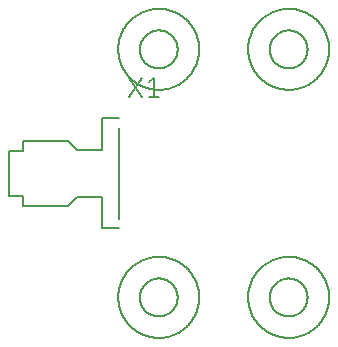
<source format=gbr>
G04 EAGLE Gerber RS-274X export*
G75*
%MOMM*%
%FSLAX34Y34*%
%LPD*%
%INSilkscreen Top*%
%IPPOS*%
%AMOC8*
5,1,8,0,0,1.08239X$1,22.5*%
G01*
%ADD10C,0.203200*%
%ADD11C,0.152400*%


D10*
X-2800Y103500D02*
X-2800Y130000D01*
X-24300Y130000D01*
X-31800Y122500D01*
X-69800Y122500D01*
X-69800Y131000D01*
X-81550Y131000D01*
X-81550Y169000D01*
X-69800Y169000D01*
X-69800Y177500D01*
X-31800Y177500D01*
X-24300Y170000D01*
X-2800Y170000D01*
X-2800Y196500D01*
X11700Y188500D02*
X11700Y111500D01*
X11700Y196500D02*
X-2800Y196500D01*
X-2800Y103500D02*
X11700Y103500D01*
D11*
X19812Y214262D02*
X30649Y230518D01*
X19812Y230518D02*
X30649Y214262D01*
X36346Y226906D02*
X40862Y230518D01*
X40862Y214262D01*
X45377Y214262D02*
X36346Y214262D01*
X10710Y45000D02*
X10720Y45842D01*
X10751Y46683D01*
X10803Y47523D01*
X10875Y48361D01*
X10968Y49197D01*
X11081Y50031D01*
X11215Y50862D01*
X11369Y51690D01*
X11543Y52513D01*
X11738Y53332D01*
X11952Y54146D01*
X12187Y54954D01*
X12441Y55756D01*
X12714Y56552D01*
X13008Y57341D01*
X13320Y58122D01*
X13652Y58896D01*
X14002Y59661D01*
X14371Y60417D01*
X14759Y61164D01*
X15165Y61901D01*
X15588Y62629D01*
X16030Y63345D01*
X16489Y64051D01*
X16965Y64744D01*
X17458Y65427D01*
X17968Y66096D01*
X18493Y66753D01*
X19035Y67397D01*
X19593Y68028D01*
X20166Y68644D01*
X20753Y69247D01*
X21356Y69834D01*
X21972Y70407D01*
X22603Y70965D01*
X23247Y71507D01*
X23904Y72032D01*
X24573Y72542D01*
X25256Y73035D01*
X25949Y73511D01*
X26655Y73970D01*
X27371Y74412D01*
X28099Y74835D01*
X28836Y75241D01*
X29583Y75629D01*
X30339Y75998D01*
X31104Y76348D01*
X31878Y76680D01*
X32659Y76992D01*
X33448Y77286D01*
X34244Y77559D01*
X35046Y77813D01*
X35854Y78048D01*
X36668Y78262D01*
X37487Y78457D01*
X38310Y78631D01*
X39138Y78785D01*
X39969Y78919D01*
X40803Y79032D01*
X41639Y79125D01*
X42477Y79197D01*
X43317Y79249D01*
X44158Y79280D01*
X45000Y79290D01*
X45842Y79280D01*
X46683Y79249D01*
X47523Y79197D01*
X48361Y79125D01*
X49197Y79032D01*
X50031Y78919D01*
X50862Y78785D01*
X51690Y78631D01*
X52513Y78457D01*
X53332Y78262D01*
X54146Y78048D01*
X54954Y77813D01*
X55756Y77559D01*
X56552Y77286D01*
X57341Y76992D01*
X58122Y76680D01*
X58896Y76348D01*
X59661Y75998D01*
X60417Y75629D01*
X61164Y75241D01*
X61901Y74835D01*
X62629Y74412D01*
X63345Y73970D01*
X64051Y73511D01*
X64744Y73035D01*
X65427Y72542D01*
X66096Y72032D01*
X66753Y71507D01*
X67397Y70965D01*
X68028Y70407D01*
X68644Y69834D01*
X69247Y69247D01*
X69834Y68644D01*
X70407Y68028D01*
X70965Y67397D01*
X71507Y66753D01*
X72032Y66096D01*
X72542Y65427D01*
X73035Y64744D01*
X73511Y64051D01*
X73970Y63345D01*
X74412Y62629D01*
X74835Y61901D01*
X75241Y61164D01*
X75629Y60417D01*
X75998Y59661D01*
X76348Y58896D01*
X76680Y58122D01*
X76992Y57341D01*
X77286Y56552D01*
X77559Y55756D01*
X77813Y54954D01*
X78048Y54146D01*
X78262Y53332D01*
X78457Y52513D01*
X78631Y51690D01*
X78785Y50862D01*
X78919Y50031D01*
X79032Y49197D01*
X79125Y48361D01*
X79197Y47523D01*
X79249Y46683D01*
X79280Y45842D01*
X79290Y45000D01*
X79280Y44158D01*
X79249Y43317D01*
X79197Y42477D01*
X79125Y41639D01*
X79032Y40803D01*
X78919Y39969D01*
X78785Y39138D01*
X78631Y38310D01*
X78457Y37487D01*
X78262Y36668D01*
X78048Y35854D01*
X77813Y35046D01*
X77559Y34244D01*
X77286Y33448D01*
X76992Y32659D01*
X76680Y31878D01*
X76348Y31104D01*
X75998Y30339D01*
X75629Y29583D01*
X75241Y28836D01*
X74835Y28099D01*
X74412Y27371D01*
X73970Y26655D01*
X73511Y25949D01*
X73035Y25256D01*
X72542Y24573D01*
X72032Y23904D01*
X71507Y23247D01*
X70965Y22603D01*
X70407Y21972D01*
X69834Y21356D01*
X69247Y20753D01*
X68644Y20166D01*
X68028Y19593D01*
X67397Y19035D01*
X66753Y18493D01*
X66096Y17968D01*
X65427Y17458D01*
X64744Y16965D01*
X64051Y16489D01*
X63345Y16030D01*
X62629Y15588D01*
X61901Y15165D01*
X61164Y14759D01*
X60417Y14371D01*
X59661Y14002D01*
X58896Y13652D01*
X58122Y13320D01*
X57341Y13008D01*
X56552Y12714D01*
X55756Y12441D01*
X54954Y12187D01*
X54146Y11952D01*
X53332Y11738D01*
X52513Y11543D01*
X51690Y11369D01*
X50862Y11215D01*
X50031Y11081D01*
X49197Y10968D01*
X48361Y10875D01*
X47523Y10803D01*
X46683Y10751D01*
X45842Y10720D01*
X45000Y10710D01*
X44158Y10720D01*
X43317Y10751D01*
X42477Y10803D01*
X41639Y10875D01*
X40803Y10968D01*
X39969Y11081D01*
X39138Y11215D01*
X38310Y11369D01*
X37487Y11543D01*
X36668Y11738D01*
X35854Y11952D01*
X35046Y12187D01*
X34244Y12441D01*
X33448Y12714D01*
X32659Y13008D01*
X31878Y13320D01*
X31104Y13652D01*
X30339Y14002D01*
X29583Y14371D01*
X28836Y14759D01*
X28099Y15165D01*
X27371Y15588D01*
X26655Y16030D01*
X25949Y16489D01*
X25256Y16965D01*
X24573Y17458D01*
X23904Y17968D01*
X23247Y18493D01*
X22603Y19035D01*
X21972Y19593D01*
X21356Y20166D01*
X20753Y20753D01*
X20166Y21356D01*
X19593Y21972D01*
X19035Y22603D01*
X18493Y23247D01*
X17968Y23904D01*
X17458Y24573D01*
X16965Y25256D01*
X16489Y25949D01*
X16030Y26655D01*
X15588Y27371D01*
X15165Y28099D01*
X14759Y28836D01*
X14371Y29583D01*
X14002Y30339D01*
X13652Y31104D01*
X13320Y31878D01*
X13008Y32659D01*
X12714Y33448D01*
X12441Y34244D01*
X12187Y35046D01*
X11952Y35854D01*
X11738Y36668D01*
X11543Y37487D01*
X11369Y38310D01*
X11215Y39138D01*
X11081Y39969D01*
X10968Y40803D01*
X10875Y41639D01*
X10803Y42477D01*
X10751Y43317D01*
X10720Y44158D01*
X10710Y45000D01*
D10*
X29000Y45000D02*
X29005Y45393D01*
X29019Y45785D01*
X29043Y46177D01*
X29077Y46568D01*
X29120Y46959D01*
X29173Y47348D01*
X29236Y47735D01*
X29307Y48121D01*
X29389Y48506D01*
X29479Y48888D01*
X29580Y49267D01*
X29689Y49645D01*
X29808Y50019D01*
X29935Y50390D01*
X30072Y50758D01*
X30218Y51123D01*
X30373Y51484D01*
X30536Y51841D01*
X30708Y52194D01*
X30889Y52542D01*
X31079Y52886D01*
X31276Y53226D01*
X31482Y53560D01*
X31696Y53889D01*
X31919Y54213D01*
X32149Y54531D01*
X32386Y54844D01*
X32632Y55150D01*
X32885Y55451D01*
X33145Y55745D01*
X33412Y56033D01*
X33686Y56314D01*
X33967Y56588D01*
X34255Y56855D01*
X34549Y57115D01*
X34850Y57368D01*
X35156Y57614D01*
X35469Y57851D01*
X35787Y58081D01*
X36111Y58304D01*
X36440Y58518D01*
X36774Y58724D01*
X37114Y58921D01*
X37458Y59111D01*
X37806Y59292D01*
X38159Y59464D01*
X38516Y59627D01*
X38877Y59782D01*
X39242Y59928D01*
X39610Y60065D01*
X39981Y60192D01*
X40355Y60311D01*
X40733Y60420D01*
X41112Y60521D01*
X41494Y60611D01*
X41879Y60693D01*
X42265Y60764D01*
X42652Y60827D01*
X43041Y60880D01*
X43432Y60923D01*
X43823Y60957D01*
X44215Y60981D01*
X44607Y60995D01*
X45000Y61000D01*
X45393Y60995D01*
X45785Y60981D01*
X46177Y60957D01*
X46568Y60923D01*
X46959Y60880D01*
X47348Y60827D01*
X47735Y60764D01*
X48121Y60693D01*
X48506Y60611D01*
X48888Y60521D01*
X49267Y60420D01*
X49645Y60311D01*
X50019Y60192D01*
X50390Y60065D01*
X50758Y59928D01*
X51123Y59782D01*
X51484Y59627D01*
X51841Y59464D01*
X52194Y59292D01*
X52542Y59111D01*
X52886Y58921D01*
X53226Y58724D01*
X53560Y58518D01*
X53889Y58304D01*
X54213Y58081D01*
X54531Y57851D01*
X54844Y57614D01*
X55150Y57368D01*
X55451Y57115D01*
X55745Y56855D01*
X56033Y56588D01*
X56314Y56314D01*
X56588Y56033D01*
X56855Y55745D01*
X57115Y55451D01*
X57368Y55150D01*
X57614Y54844D01*
X57851Y54531D01*
X58081Y54213D01*
X58304Y53889D01*
X58518Y53560D01*
X58724Y53226D01*
X58921Y52886D01*
X59111Y52542D01*
X59292Y52194D01*
X59464Y51841D01*
X59627Y51484D01*
X59782Y51123D01*
X59928Y50758D01*
X60065Y50390D01*
X60192Y50019D01*
X60311Y49645D01*
X60420Y49267D01*
X60521Y48888D01*
X60611Y48506D01*
X60693Y48121D01*
X60764Y47735D01*
X60827Y47348D01*
X60880Y46959D01*
X60923Y46568D01*
X60957Y46177D01*
X60981Y45785D01*
X60995Y45393D01*
X61000Y45000D01*
X60995Y44607D01*
X60981Y44215D01*
X60957Y43823D01*
X60923Y43432D01*
X60880Y43041D01*
X60827Y42652D01*
X60764Y42265D01*
X60693Y41879D01*
X60611Y41494D01*
X60521Y41112D01*
X60420Y40733D01*
X60311Y40355D01*
X60192Y39981D01*
X60065Y39610D01*
X59928Y39242D01*
X59782Y38877D01*
X59627Y38516D01*
X59464Y38159D01*
X59292Y37806D01*
X59111Y37458D01*
X58921Y37114D01*
X58724Y36774D01*
X58518Y36440D01*
X58304Y36111D01*
X58081Y35787D01*
X57851Y35469D01*
X57614Y35156D01*
X57368Y34850D01*
X57115Y34549D01*
X56855Y34255D01*
X56588Y33967D01*
X56314Y33686D01*
X56033Y33412D01*
X55745Y33145D01*
X55451Y32885D01*
X55150Y32632D01*
X54844Y32386D01*
X54531Y32149D01*
X54213Y31919D01*
X53889Y31696D01*
X53560Y31482D01*
X53226Y31276D01*
X52886Y31079D01*
X52542Y30889D01*
X52194Y30708D01*
X51841Y30536D01*
X51484Y30373D01*
X51123Y30218D01*
X50758Y30072D01*
X50390Y29935D01*
X50019Y29808D01*
X49645Y29689D01*
X49267Y29580D01*
X48888Y29479D01*
X48506Y29389D01*
X48121Y29307D01*
X47735Y29236D01*
X47348Y29173D01*
X46959Y29120D01*
X46568Y29077D01*
X46177Y29043D01*
X45785Y29019D01*
X45393Y29005D01*
X45000Y29000D01*
X44607Y29005D01*
X44215Y29019D01*
X43823Y29043D01*
X43432Y29077D01*
X43041Y29120D01*
X42652Y29173D01*
X42265Y29236D01*
X41879Y29307D01*
X41494Y29389D01*
X41112Y29479D01*
X40733Y29580D01*
X40355Y29689D01*
X39981Y29808D01*
X39610Y29935D01*
X39242Y30072D01*
X38877Y30218D01*
X38516Y30373D01*
X38159Y30536D01*
X37806Y30708D01*
X37458Y30889D01*
X37114Y31079D01*
X36774Y31276D01*
X36440Y31482D01*
X36111Y31696D01*
X35787Y31919D01*
X35469Y32149D01*
X35156Y32386D01*
X34850Y32632D01*
X34549Y32885D01*
X34255Y33145D01*
X33967Y33412D01*
X33686Y33686D01*
X33412Y33967D01*
X33145Y34255D01*
X32885Y34549D01*
X32632Y34850D01*
X32386Y35156D01*
X32149Y35469D01*
X31919Y35787D01*
X31696Y36111D01*
X31482Y36440D01*
X31276Y36774D01*
X31079Y37114D01*
X30889Y37458D01*
X30708Y37806D01*
X30536Y38159D01*
X30373Y38516D01*
X30218Y38877D01*
X30072Y39242D01*
X29935Y39610D01*
X29808Y39981D01*
X29689Y40355D01*
X29580Y40733D01*
X29479Y41112D01*
X29389Y41494D01*
X29307Y41879D01*
X29236Y42265D01*
X29173Y42652D01*
X29120Y43041D01*
X29077Y43432D01*
X29043Y43823D01*
X29019Y44215D01*
X29005Y44607D01*
X29000Y45000D01*
D11*
X10710Y255000D02*
X10720Y255842D01*
X10751Y256683D01*
X10803Y257523D01*
X10875Y258361D01*
X10968Y259197D01*
X11081Y260031D01*
X11215Y260862D01*
X11369Y261690D01*
X11543Y262513D01*
X11738Y263332D01*
X11952Y264146D01*
X12187Y264954D01*
X12441Y265756D01*
X12714Y266552D01*
X13008Y267341D01*
X13320Y268122D01*
X13652Y268896D01*
X14002Y269661D01*
X14371Y270417D01*
X14759Y271164D01*
X15165Y271901D01*
X15588Y272629D01*
X16030Y273345D01*
X16489Y274051D01*
X16965Y274744D01*
X17458Y275427D01*
X17968Y276096D01*
X18493Y276753D01*
X19035Y277397D01*
X19593Y278028D01*
X20166Y278644D01*
X20753Y279247D01*
X21356Y279834D01*
X21972Y280407D01*
X22603Y280965D01*
X23247Y281507D01*
X23904Y282032D01*
X24573Y282542D01*
X25256Y283035D01*
X25949Y283511D01*
X26655Y283970D01*
X27371Y284412D01*
X28099Y284835D01*
X28836Y285241D01*
X29583Y285629D01*
X30339Y285998D01*
X31104Y286348D01*
X31878Y286680D01*
X32659Y286992D01*
X33448Y287286D01*
X34244Y287559D01*
X35046Y287813D01*
X35854Y288048D01*
X36668Y288262D01*
X37487Y288457D01*
X38310Y288631D01*
X39138Y288785D01*
X39969Y288919D01*
X40803Y289032D01*
X41639Y289125D01*
X42477Y289197D01*
X43317Y289249D01*
X44158Y289280D01*
X45000Y289290D01*
X45842Y289280D01*
X46683Y289249D01*
X47523Y289197D01*
X48361Y289125D01*
X49197Y289032D01*
X50031Y288919D01*
X50862Y288785D01*
X51690Y288631D01*
X52513Y288457D01*
X53332Y288262D01*
X54146Y288048D01*
X54954Y287813D01*
X55756Y287559D01*
X56552Y287286D01*
X57341Y286992D01*
X58122Y286680D01*
X58896Y286348D01*
X59661Y285998D01*
X60417Y285629D01*
X61164Y285241D01*
X61901Y284835D01*
X62629Y284412D01*
X63345Y283970D01*
X64051Y283511D01*
X64744Y283035D01*
X65427Y282542D01*
X66096Y282032D01*
X66753Y281507D01*
X67397Y280965D01*
X68028Y280407D01*
X68644Y279834D01*
X69247Y279247D01*
X69834Y278644D01*
X70407Y278028D01*
X70965Y277397D01*
X71507Y276753D01*
X72032Y276096D01*
X72542Y275427D01*
X73035Y274744D01*
X73511Y274051D01*
X73970Y273345D01*
X74412Y272629D01*
X74835Y271901D01*
X75241Y271164D01*
X75629Y270417D01*
X75998Y269661D01*
X76348Y268896D01*
X76680Y268122D01*
X76992Y267341D01*
X77286Y266552D01*
X77559Y265756D01*
X77813Y264954D01*
X78048Y264146D01*
X78262Y263332D01*
X78457Y262513D01*
X78631Y261690D01*
X78785Y260862D01*
X78919Y260031D01*
X79032Y259197D01*
X79125Y258361D01*
X79197Y257523D01*
X79249Y256683D01*
X79280Y255842D01*
X79290Y255000D01*
X79280Y254158D01*
X79249Y253317D01*
X79197Y252477D01*
X79125Y251639D01*
X79032Y250803D01*
X78919Y249969D01*
X78785Y249138D01*
X78631Y248310D01*
X78457Y247487D01*
X78262Y246668D01*
X78048Y245854D01*
X77813Y245046D01*
X77559Y244244D01*
X77286Y243448D01*
X76992Y242659D01*
X76680Y241878D01*
X76348Y241104D01*
X75998Y240339D01*
X75629Y239583D01*
X75241Y238836D01*
X74835Y238099D01*
X74412Y237371D01*
X73970Y236655D01*
X73511Y235949D01*
X73035Y235256D01*
X72542Y234573D01*
X72032Y233904D01*
X71507Y233247D01*
X70965Y232603D01*
X70407Y231972D01*
X69834Y231356D01*
X69247Y230753D01*
X68644Y230166D01*
X68028Y229593D01*
X67397Y229035D01*
X66753Y228493D01*
X66096Y227968D01*
X65427Y227458D01*
X64744Y226965D01*
X64051Y226489D01*
X63345Y226030D01*
X62629Y225588D01*
X61901Y225165D01*
X61164Y224759D01*
X60417Y224371D01*
X59661Y224002D01*
X58896Y223652D01*
X58122Y223320D01*
X57341Y223008D01*
X56552Y222714D01*
X55756Y222441D01*
X54954Y222187D01*
X54146Y221952D01*
X53332Y221738D01*
X52513Y221543D01*
X51690Y221369D01*
X50862Y221215D01*
X50031Y221081D01*
X49197Y220968D01*
X48361Y220875D01*
X47523Y220803D01*
X46683Y220751D01*
X45842Y220720D01*
X45000Y220710D01*
X44158Y220720D01*
X43317Y220751D01*
X42477Y220803D01*
X41639Y220875D01*
X40803Y220968D01*
X39969Y221081D01*
X39138Y221215D01*
X38310Y221369D01*
X37487Y221543D01*
X36668Y221738D01*
X35854Y221952D01*
X35046Y222187D01*
X34244Y222441D01*
X33448Y222714D01*
X32659Y223008D01*
X31878Y223320D01*
X31104Y223652D01*
X30339Y224002D01*
X29583Y224371D01*
X28836Y224759D01*
X28099Y225165D01*
X27371Y225588D01*
X26655Y226030D01*
X25949Y226489D01*
X25256Y226965D01*
X24573Y227458D01*
X23904Y227968D01*
X23247Y228493D01*
X22603Y229035D01*
X21972Y229593D01*
X21356Y230166D01*
X20753Y230753D01*
X20166Y231356D01*
X19593Y231972D01*
X19035Y232603D01*
X18493Y233247D01*
X17968Y233904D01*
X17458Y234573D01*
X16965Y235256D01*
X16489Y235949D01*
X16030Y236655D01*
X15588Y237371D01*
X15165Y238099D01*
X14759Y238836D01*
X14371Y239583D01*
X14002Y240339D01*
X13652Y241104D01*
X13320Y241878D01*
X13008Y242659D01*
X12714Y243448D01*
X12441Y244244D01*
X12187Y245046D01*
X11952Y245854D01*
X11738Y246668D01*
X11543Y247487D01*
X11369Y248310D01*
X11215Y249138D01*
X11081Y249969D01*
X10968Y250803D01*
X10875Y251639D01*
X10803Y252477D01*
X10751Y253317D01*
X10720Y254158D01*
X10710Y255000D01*
D10*
X29000Y255000D02*
X29005Y255393D01*
X29019Y255785D01*
X29043Y256177D01*
X29077Y256568D01*
X29120Y256959D01*
X29173Y257348D01*
X29236Y257735D01*
X29307Y258121D01*
X29389Y258506D01*
X29479Y258888D01*
X29580Y259267D01*
X29689Y259645D01*
X29808Y260019D01*
X29935Y260390D01*
X30072Y260758D01*
X30218Y261123D01*
X30373Y261484D01*
X30536Y261841D01*
X30708Y262194D01*
X30889Y262542D01*
X31079Y262886D01*
X31276Y263226D01*
X31482Y263560D01*
X31696Y263889D01*
X31919Y264213D01*
X32149Y264531D01*
X32386Y264844D01*
X32632Y265150D01*
X32885Y265451D01*
X33145Y265745D01*
X33412Y266033D01*
X33686Y266314D01*
X33967Y266588D01*
X34255Y266855D01*
X34549Y267115D01*
X34850Y267368D01*
X35156Y267614D01*
X35469Y267851D01*
X35787Y268081D01*
X36111Y268304D01*
X36440Y268518D01*
X36774Y268724D01*
X37114Y268921D01*
X37458Y269111D01*
X37806Y269292D01*
X38159Y269464D01*
X38516Y269627D01*
X38877Y269782D01*
X39242Y269928D01*
X39610Y270065D01*
X39981Y270192D01*
X40355Y270311D01*
X40733Y270420D01*
X41112Y270521D01*
X41494Y270611D01*
X41879Y270693D01*
X42265Y270764D01*
X42652Y270827D01*
X43041Y270880D01*
X43432Y270923D01*
X43823Y270957D01*
X44215Y270981D01*
X44607Y270995D01*
X45000Y271000D01*
X45393Y270995D01*
X45785Y270981D01*
X46177Y270957D01*
X46568Y270923D01*
X46959Y270880D01*
X47348Y270827D01*
X47735Y270764D01*
X48121Y270693D01*
X48506Y270611D01*
X48888Y270521D01*
X49267Y270420D01*
X49645Y270311D01*
X50019Y270192D01*
X50390Y270065D01*
X50758Y269928D01*
X51123Y269782D01*
X51484Y269627D01*
X51841Y269464D01*
X52194Y269292D01*
X52542Y269111D01*
X52886Y268921D01*
X53226Y268724D01*
X53560Y268518D01*
X53889Y268304D01*
X54213Y268081D01*
X54531Y267851D01*
X54844Y267614D01*
X55150Y267368D01*
X55451Y267115D01*
X55745Y266855D01*
X56033Y266588D01*
X56314Y266314D01*
X56588Y266033D01*
X56855Y265745D01*
X57115Y265451D01*
X57368Y265150D01*
X57614Y264844D01*
X57851Y264531D01*
X58081Y264213D01*
X58304Y263889D01*
X58518Y263560D01*
X58724Y263226D01*
X58921Y262886D01*
X59111Y262542D01*
X59292Y262194D01*
X59464Y261841D01*
X59627Y261484D01*
X59782Y261123D01*
X59928Y260758D01*
X60065Y260390D01*
X60192Y260019D01*
X60311Y259645D01*
X60420Y259267D01*
X60521Y258888D01*
X60611Y258506D01*
X60693Y258121D01*
X60764Y257735D01*
X60827Y257348D01*
X60880Y256959D01*
X60923Y256568D01*
X60957Y256177D01*
X60981Y255785D01*
X60995Y255393D01*
X61000Y255000D01*
X60995Y254607D01*
X60981Y254215D01*
X60957Y253823D01*
X60923Y253432D01*
X60880Y253041D01*
X60827Y252652D01*
X60764Y252265D01*
X60693Y251879D01*
X60611Y251494D01*
X60521Y251112D01*
X60420Y250733D01*
X60311Y250355D01*
X60192Y249981D01*
X60065Y249610D01*
X59928Y249242D01*
X59782Y248877D01*
X59627Y248516D01*
X59464Y248159D01*
X59292Y247806D01*
X59111Y247458D01*
X58921Y247114D01*
X58724Y246774D01*
X58518Y246440D01*
X58304Y246111D01*
X58081Y245787D01*
X57851Y245469D01*
X57614Y245156D01*
X57368Y244850D01*
X57115Y244549D01*
X56855Y244255D01*
X56588Y243967D01*
X56314Y243686D01*
X56033Y243412D01*
X55745Y243145D01*
X55451Y242885D01*
X55150Y242632D01*
X54844Y242386D01*
X54531Y242149D01*
X54213Y241919D01*
X53889Y241696D01*
X53560Y241482D01*
X53226Y241276D01*
X52886Y241079D01*
X52542Y240889D01*
X52194Y240708D01*
X51841Y240536D01*
X51484Y240373D01*
X51123Y240218D01*
X50758Y240072D01*
X50390Y239935D01*
X50019Y239808D01*
X49645Y239689D01*
X49267Y239580D01*
X48888Y239479D01*
X48506Y239389D01*
X48121Y239307D01*
X47735Y239236D01*
X47348Y239173D01*
X46959Y239120D01*
X46568Y239077D01*
X46177Y239043D01*
X45785Y239019D01*
X45393Y239005D01*
X45000Y239000D01*
X44607Y239005D01*
X44215Y239019D01*
X43823Y239043D01*
X43432Y239077D01*
X43041Y239120D01*
X42652Y239173D01*
X42265Y239236D01*
X41879Y239307D01*
X41494Y239389D01*
X41112Y239479D01*
X40733Y239580D01*
X40355Y239689D01*
X39981Y239808D01*
X39610Y239935D01*
X39242Y240072D01*
X38877Y240218D01*
X38516Y240373D01*
X38159Y240536D01*
X37806Y240708D01*
X37458Y240889D01*
X37114Y241079D01*
X36774Y241276D01*
X36440Y241482D01*
X36111Y241696D01*
X35787Y241919D01*
X35469Y242149D01*
X35156Y242386D01*
X34850Y242632D01*
X34549Y242885D01*
X34255Y243145D01*
X33967Y243412D01*
X33686Y243686D01*
X33412Y243967D01*
X33145Y244255D01*
X32885Y244549D01*
X32632Y244850D01*
X32386Y245156D01*
X32149Y245469D01*
X31919Y245787D01*
X31696Y246111D01*
X31482Y246440D01*
X31276Y246774D01*
X31079Y247114D01*
X30889Y247458D01*
X30708Y247806D01*
X30536Y248159D01*
X30373Y248516D01*
X30218Y248877D01*
X30072Y249242D01*
X29935Y249610D01*
X29808Y249981D01*
X29689Y250355D01*
X29580Y250733D01*
X29479Y251112D01*
X29389Y251494D01*
X29307Y251879D01*
X29236Y252265D01*
X29173Y252652D01*
X29120Y253041D01*
X29077Y253432D01*
X29043Y253823D01*
X29019Y254215D01*
X29005Y254607D01*
X29000Y255000D01*
D11*
X120710Y255000D02*
X120720Y255842D01*
X120751Y256683D01*
X120803Y257523D01*
X120875Y258361D01*
X120968Y259197D01*
X121081Y260031D01*
X121215Y260862D01*
X121369Y261690D01*
X121543Y262513D01*
X121738Y263332D01*
X121952Y264146D01*
X122187Y264954D01*
X122441Y265756D01*
X122714Y266552D01*
X123008Y267341D01*
X123320Y268122D01*
X123652Y268896D01*
X124002Y269661D01*
X124371Y270417D01*
X124759Y271164D01*
X125165Y271901D01*
X125588Y272629D01*
X126030Y273345D01*
X126489Y274051D01*
X126965Y274744D01*
X127458Y275427D01*
X127968Y276096D01*
X128493Y276753D01*
X129035Y277397D01*
X129593Y278028D01*
X130166Y278644D01*
X130753Y279247D01*
X131356Y279834D01*
X131972Y280407D01*
X132603Y280965D01*
X133247Y281507D01*
X133904Y282032D01*
X134573Y282542D01*
X135256Y283035D01*
X135949Y283511D01*
X136655Y283970D01*
X137371Y284412D01*
X138099Y284835D01*
X138836Y285241D01*
X139583Y285629D01*
X140339Y285998D01*
X141104Y286348D01*
X141878Y286680D01*
X142659Y286992D01*
X143448Y287286D01*
X144244Y287559D01*
X145046Y287813D01*
X145854Y288048D01*
X146668Y288262D01*
X147487Y288457D01*
X148310Y288631D01*
X149138Y288785D01*
X149969Y288919D01*
X150803Y289032D01*
X151639Y289125D01*
X152477Y289197D01*
X153317Y289249D01*
X154158Y289280D01*
X155000Y289290D01*
X155842Y289280D01*
X156683Y289249D01*
X157523Y289197D01*
X158361Y289125D01*
X159197Y289032D01*
X160031Y288919D01*
X160862Y288785D01*
X161690Y288631D01*
X162513Y288457D01*
X163332Y288262D01*
X164146Y288048D01*
X164954Y287813D01*
X165756Y287559D01*
X166552Y287286D01*
X167341Y286992D01*
X168122Y286680D01*
X168896Y286348D01*
X169661Y285998D01*
X170417Y285629D01*
X171164Y285241D01*
X171901Y284835D01*
X172629Y284412D01*
X173345Y283970D01*
X174051Y283511D01*
X174744Y283035D01*
X175427Y282542D01*
X176096Y282032D01*
X176753Y281507D01*
X177397Y280965D01*
X178028Y280407D01*
X178644Y279834D01*
X179247Y279247D01*
X179834Y278644D01*
X180407Y278028D01*
X180965Y277397D01*
X181507Y276753D01*
X182032Y276096D01*
X182542Y275427D01*
X183035Y274744D01*
X183511Y274051D01*
X183970Y273345D01*
X184412Y272629D01*
X184835Y271901D01*
X185241Y271164D01*
X185629Y270417D01*
X185998Y269661D01*
X186348Y268896D01*
X186680Y268122D01*
X186992Y267341D01*
X187286Y266552D01*
X187559Y265756D01*
X187813Y264954D01*
X188048Y264146D01*
X188262Y263332D01*
X188457Y262513D01*
X188631Y261690D01*
X188785Y260862D01*
X188919Y260031D01*
X189032Y259197D01*
X189125Y258361D01*
X189197Y257523D01*
X189249Y256683D01*
X189280Y255842D01*
X189290Y255000D01*
X189280Y254158D01*
X189249Y253317D01*
X189197Y252477D01*
X189125Y251639D01*
X189032Y250803D01*
X188919Y249969D01*
X188785Y249138D01*
X188631Y248310D01*
X188457Y247487D01*
X188262Y246668D01*
X188048Y245854D01*
X187813Y245046D01*
X187559Y244244D01*
X187286Y243448D01*
X186992Y242659D01*
X186680Y241878D01*
X186348Y241104D01*
X185998Y240339D01*
X185629Y239583D01*
X185241Y238836D01*
X184835Y238099D01*
X184412Y237371D01*
X183970Y236655D01*
X183511Y235949D01*
X183035Y235256D01*
X182542Y234573D01*
X182032Y233904D01*
X181507Y233247D01*
X180965Y232603D01*
X180407Y231972D01*
X179834Y231356D01*
X179247Y230753D01*
X178644Y230166D01*
X178028Y229593D01*
X177397Y229035D01*
X176753Y228493D01*
X176096Y227968D01*
X175427Y227458D01*
X174744Y226965D01*
X174051Y226489D01*
X173345Y226030D01*
X172629Y225588D01*
X171901Y225165D01*
X171164Y224759D01*
X170417Y224371D01*
X169661Y224002D01*
X168896Y223652D01*
X168122Y223320D01*
X167341Y223008D01*
X166552Y222714D01*
X165756Y222441D01*
X164954Y222187D01*
X164146Y221952D01*
X163332Y221738D01*
X162513Y221543D01*
X161690Y221369D01*
X160862Y221215D01*
X160031Y221081D01*
X159197Y220968D01*
X158361Y220875D01*
X157523Y220803D01*
X156683Y220751D01*
X155842Y220720D01*
X155000Y220710D01*
X154158Y220720D01*
X153317Y220751D01*
X152477Y220803D01*
X151639Y220875D01*
X150803Y220968D01*
X149969Y221081D01*
X149138Y221215D01*
X148310Y221369D01*
X147487Y221543D01*
X146668Y221738D01*
X145854Y221952D01*
X145046Y222187D01*
X144244Y222441D01*
X143448Y222714D01*
X142659Y223008D01*
X141878Y223320D01*
X141104Y223652D01*
X140339Y224002D01*
X139583Y224371D01*
X138836Y224759D01*
X138099Y225165D01*
X137371Y225588D01*
X136655Y226030D01*
X135949Y226489D01*
X135256Y226965D01*
X134573Y227458D01*
X133904Y227968D01*
X133247Y228493D01*
X132603Y229035D01*
X131972Y229593D01*
X131356Y230166D01*
X130753Y230753D01*
X130166Y231356D01*
X129593Y231972D01*
X129035Y232603D01*
X128493Y233247D01*
X127968Y233904D01*
X127458Y234573D01*
X126965Y235256D01*
X126489Y235949D01*
X126030Y236655D01*
X125588Y237371D01*
X125165Y238099D01*
X124759Y238836D01*
X124371Y239583D01*
X124002Y240339D01*
X123652Y241104D01*
X123320Y241878D01*
X123008Y242659D01*
X122714Y243448D01*
X122441Y244244D01*
X122187Y245046D01*
X121952Y245854D01*
X121738Y246668D01*
X121543Y247487D01*
X121369Y248310D01*
X121215Y249138D01*
X121081Y249969D01*
X120968Y250803D01*
X120875Y251639D01*
X120803Y252477D01*
X120751Y253317D01*
X120720Y254158D01*
X120710Y255000D01*
D10*
X139000Y255000D02*
X139005Y255393D01*
X139019Y255785D01*
X139043Y256177D01*
X139077Y256568D01*
X139120Y256959D01*
X139173Y257348D01*
X139236Y257735D01*
X139307Y258121D01*
X139389Y258506D01*
X139479Y258888D01*
X139580Y259267D01*
X139689Y259645D01*
X139808Y260019D01*
X139935Y260390D01*
X140072Y260758D01*
X140218Y261123D01*
X140373Y261484D01*
X140536Y261841D01*
X140708Y262194D01*
X140889Y262542D01*
X141079Y262886D01*
X141276Y263226D01*
X141482Y263560D01*
X141696Y263889D01*
X141919Y264213D01*
X142149Y264531D01*
X142386Y264844D01*
X142632Y265150D01*
X142885Y265451D01*
X143145Y265745D01*
X143412Y266033D01*
X143686Y266314D01*
X143967Y266588D01*
X144255Y266855D01*
X144549Y267115D01*
X144850Y267368D01*
X145156Y267614D01*
X145469Y267851D01*
X145787Y268081D01*
X146111Y268304D01*
X146440Y268518D01*
X146774Y268724D01*
X147114Y268921D01*
X147458Y269111D01*
X147806Y269292D01*
X148159Y269464D01*
X148516Y269627D01*
X148877Y269782D01*
X149242Y269928D01*
X149610Y270065D01*
X149981Y270192D01*
X150355Y270311D01*
X150733Y270420D01*
X151112Y270521D01*
X151494Y270611D01*
X151879Y270693D01*
X152265Y270764D01*
X152652Y270827D01*
X153041Y270880D01*
X153432Y270923D01*
X153823Y270957D01*
X154215Y270981D01*
X154607Y270995D01*
X155000Y271000D01*
X155393Y270995D01*
X155785Y270981D01*
X156177Y270957D01*
X156568Y270923D01*
X156959Y270880D01*
X157348Y270827D01*
X157735Y270764D01*
X158121Y270693D01*
X158506Y270611D01*
X158888Y270521D01*
X159267Y270420D01*
X159645Y270311D01*
X160019Y270192D01*
X160390Y270065D01*
X160758Y269928D01*
X161123Y269782D01*
X161484Y269627D01*
X161841Y269464D01*
X162194Y269292D01*
X162542Y269111D01*
X162886Y268921D01*
X163226Y268724D01*
X163560Y268518D01*
X163889Y268304D01*
X164213Y268081D01*
X164531Y267851D01*
X164844Y267614D01*
X165150Y267368D01*
X165451Y267115D01*
X165745Y266855D01*
X166033Y266588D01*
X166314Y266314D01*
X166588Y266033D01*
X166855Y265745D01*
X167115Y265451D01*
X167368Y265150D01*
X167614Y264844D01*
X167851Y264531D01*
X168081Y264213D01*
X168304Y263889D01*
X168518Y263560D01*
X168724Y263226D01*
X168921Y262886D01*
X169111Y262542D01*
X169292Y262194D01*
X169464Y261841D01*
X169627Y261484D01*
X169782Y261123D01*
X169928Y260758D01*
X170065Y260390D01*
X170192Y260019D01*
X170311Y259645D01*
X170420Y259267D01*
X170521Y258888D01*
X170611Y258506D01*
X170693Y258121D01*
X170764Y257735D01*
X170827Y257348D01*
X170880Y256959D01*
X170923Y256568D01*
X170957Y256177D01*
X170981Y255785D01*
X170995Y255393D01*
X171000Y255000D01*
X170995Y254607D01*
X170981Y254215D01*
X170957Y253823D01*
X170923Y253432D01*
X170880Y253041D01*
X170827Y252652D01*
X170764Y252265D01*
X170693Y251879D01*
X170611Y251494D01*
X170521Y251112D01*
X170420Y250733D01*
X170311Y250355D01*
X170192Y249981D01*
X170065Y249610D01*
X169928Y249242D01*
X169782Y248877D01*
X169627Y248516D01*
X169464Y248159D01*
X169292Y247806D01*
X169111Y247458D01*
X168921Y247114D01*
X168724Y246774D01*
X168518Y246440D01*
X168304Y246111D01*
X168081Y245787D01*
X167851Y245469D01*
X167614Y245156D01*
X167368Y244850D01*
X167115Y244549D01*
X166855Y244255D01*
X166588Y243967D01*
X166314Y243686D01*
X166033Y243412D01*
X165745Y243145D01*
X165451Y242885D01*
X165150Y242632D01*
X164844Y242386D01*
X164531Y242149D01*
X164213Y241919D01*
X163889Y241696D01*
X163560Y241482D01*
X163226Y241276D01*
X162886Y241079D01*
X162542Y240889D01*
X162194Y240708D01*
X161841Y240536D01*
X161484Y240373D01*
X161123Y240218D01*
X160758Y240072D01*
X160390Y239935D01*
X160019Y239808D01*
X159645Y239689D01*
X159267Y239580D01*
X158888Y239479D01*
X158506Y239389D01*
X158121Y239307D01*
X157735Y239236D01*
X157348Y239173D01*
X156959Y239120D01*
X156568Y239077D01*
X156177Y239043D01*
X155785Y239019D01*
X155393Y239005D01*
X155000Y239000D01*
X154607Y239005D01*
X154215Y239019D01*
X153823Y239043D01*
X153432Y239077D01*
X153041Y239120D01*
X152652Y239173D01*
X152265Y239236D01*
X151879Y239307D01*
X151494Y239389D01*
X151112Y239479D01*
X150733Y239580D01*
X150355Y239689D01*
X149981Y239808D01*
X149610Y239935D01*
X149242Y240072D01*
X148877Y240218D01*
X148516Y240373D01*
X148159Y240536D01*
X147806Y240708D01*
X147458Y240889D01*
X147114Y241079D01*
X146774Y241276D01*
X146440Y241482D01*
X146111Y241696D01*
X145787Y241919D01*
X145469Y242149D01*
X145156Y242386D01*
X144850Y242632D01*
X144549Y242885D01*
X144255Y243145D01*
X143967Y243412D01*
X143686Y243686D01*
X143412Y243967D01*
X143145Y244255D01*
X142885Y244549D01*
X142632Y244850D01*
X142386Y245156D01*
X142149Y245469D01*
X141919Y245787D01*
X141696Y246111D01*
X141482Y246440D01*
X141276Y246774D01*
X141079Y247114D01*
X140889Y247458D01*
X140708Y247806D01*
X140536Y248159D01*
X140373Y248516D01*
X140218Y248877D01*
X140072Y249242D01*
X139935Y249610D01*
X139808Y249981D01*
X139689Y250355D01*
X139580Y250733D01*
X139479Y251112D01*
X139389Y251494D01*
X139307Y251879D01*
X139236Y252265D01*
X139173Y252652D01*
X139120Y253041D01*
X139077Y253432D01*
X139043Y253823D01*
X139019Y254215D01*
X139005Y254607D01*
X139000Y255000D01*
D11*
X120710Y45000D02*
X120720Y45842D01*
X120751Y46683D01*
X120803Y47523D01*
X120875Y48361D01*
X120968Y49197D01*
X121081Y50031D01*
X121215Y50862D01*
X121369Y51690D01*
X121543Y52513D01*
X121738Y53332D01*
X121952Y54146D01*
X122187Y54954D01*
X122441Y55756D01*
X122714Y56552D01*
X123008Y57341D01*
X123320Y58122D01*
X123652Y58896D01*
X124002Y59661D01*
X124371Y60417D01*
X124759Y61164D01*
X125165Y61901D01*
X125588Y62629D01*
X126030Y63345D01*
X126489Y64051D01*
X126965Y64744D01*
X127458Y65427D01*
X127968Y66096D01*
X128493Y66753D01*
X129035Y67397D01*
X129593Y68028D01*
X130166Y68644D01*
X130753Y69247D01*
X131356Y69834D01*
X131972Y70407D01*
X132603Y70965D01*
X133247Y71507D01*
X133904Y72032D01*
X134573Y72542D01*
X135256Y73035D01*
X135949Y73511D01*
X136655Y73970D01*
X137371Y74412D01*
X138099Y74835D01*
X138836Y75241D01*
X139583Y75629D01*
X140339Y75998D01*
X141104Y76348D01*
X141878Y76680D01*
X142659Y76992D01*
X143448Y77286D01*
X144244Y77559D01*
X145046Y77813D01*
X145854Y78048D01*
X146668Y78262D01*
X147487Y78457D01*
X148310Y78631D01*
X149138Y78785D01*
X149969Y78919D01*
X150803Y79032D01*
X151639Y79125D01*
X152477Y79197D01*
X153317Y79249D01*
X154158Y79280D01*
X155000Y79290D01*
X155842Y79280D01*
X156683Y79249D01*
X157523Y79197D01*
X158361Y79125D01*
X159197Y79032D01*
X160031Y78919D01*
X160862Y78785D01*
X161690Y78631D01*
X162513Y78457D01*
X163332Y78262D01*
X164146Y78048D01*
X164954Y77813D01*
X165756Y77559D01*
X166552Y77286D01*
X167341Y76992D01*
X168122Y76680D01*
X168896Y76348D01*
X169661Y75998D01*
X170417Y75629D01*
X171164Y75241D01*
X171901Y74835D01*
X172629Y74412D01*
X173345Y73970D01*
X174051Y73511D01*
X174744Y73035D01*
X175427Y72542D01*
X176096Y72032D01*
X176753Y71507D01*
X177397Y70965D01*
X178028Y70407D01*
X178644Y69834D01*
X179247Y69247D01*
X179834Y68644D01*
X180407Y68028D01*
X180965Y67397D01*
X181507Y66753D01*
X182032Y66096D01*
X182542Y65427D01*
X183035Y64744D01*
X183511Y64051D01*
X183970Y63345D01*
X184412Y62629D01*
X184835Y61901D01*
X185241Y61164D01*
X185629Y60417D01*
X185998Y59661D01*
X186348Y58896D01*
X186680Y58122D01*
X186992Y57341D01*
X187286Y56552D01*
X187559Y55756D01*
X187813Y54954D01*
X188048Y54146D01*
X188262Y53332D01*
X188457Y52513D01*
X188631Y51690D01*
X188785Y50862D01*
X188919Y50031D01*
X189032Y49197D01*
X189125Y48361D01*
X189197Y47523D01*
X189249Y46683D01*
X189280Y45842D01*
X189290Y45000D01*
X189280Y44158D01*
X189249Y43317D01*
X189197Y42477D01*
X189125Y41639D01*
X189032Y40803D01*
X188919Y39969D01*
X188785Y39138D01*
X188631Y38310D01*
X188457Y37487D01*
X188262Y36668D01*
X188048Y35854D01*
X187813Y35046D01*
X187559Y34244D01*
X187286Y33448D01*
X186992Y32659D01*
X186680Y31878D01*
X186348Y31104D01*
X185998Y30339D01*
X185629Y29583D01*
X185241Y28836D01*
X184835Y28099D01*
X184412Y27371D01*
X183970Y26655D01*
X183511Y25949D01*
X183035Y25256D01*
X182542Y24573D01*
X182032Y23904D01*
X181507Y23247D01*
X180965Y22603D01*
X180407Y21972D01*
X179834Y21356D01*
X179247Y20753D01*
X178644Y20166D01*
X178028Y19593D01*
X177397Y19035D01*
X176753Y18493D01*
X176096Y17968D01*
X175427Y17458D01*
X174744Y16965D01*
X174051Y16489D01*
X173345Y16030D01*
X172629Y15588D01*
X171901Y15165D01*
X171164Y14759D01*
X170417Y14371D01*
X169661Y14002D01*
X168896Y13652D01*
X168122Y13320D01*
X167341Y13008D01*
X166552Y12714D01*
X165756Y12441D01*
X164954Y12187D01*
X164146Y11952D01*
X163332Y11738D01*
X162513Y11543D01*
X161690Y11369D01*
X160862Y11215D01*
X160031Y11081D01*
X159197Y10968D01*
X158361Y10875D01*
X157523Y10803D01*
X156683Y10751D01*
X155842Y10720D01*
X155000Y10710D01*
X154158Y10720D01*
X153317Y10751D01*
X152477Y10803D01*
X151639Y10875D01*
X150803Y10968D01*
X149969Y11081D01*
X149138Y11215D01*
X148310Y11369D01*
X147487Y11543D01*
X146668Y11738D01*
X145854Y11952D01*
X145046Y12187D01*
X144244Y12441D01*
X143448Y12714D01*
X142659Y13008D01*
X141878Y13320D01*
X141104Y13652D01*
X140339Y14002D01*
X139583Y14371D01*
X138836Y14759D01*
X138099Y15165D01*
X137371Y15588D01*
X136655Y16030D01*
X135949Y16489D01*
X135256Y16965D01*
X134573Y17458D01*
X133904Y17968D01*
X133247Y18493D01*
X132603Y19035D01*
X131972Y19593D01*
X131356Y20166D01*
X130753Y20753D01*
X130166Y21356D01*
X129593Y21972D01*
X129035Y22603D01*
X128493Y23247D01*
X127968Y23904D01*
X127458Y24573D01*
X126965Y25256D01*
X126489Y25949D01*
X126030Y26655D01*
X125588Y27371D01*
X125165Y28099D01*
X124759Y28836D01*
X124371Y29583D01*
X124002Y30339D01*
X123652Y31104D01*
X123320Y31878D01*
X123008Y32659D01*
X122714Y33448D01*
X122441Y34244D01*
X122187Y35046D01*
X121952Y35854D01*
X121738Y36668D01*
X121543Y37487D01*
X121369Y38310D01*
X121215Y39138D01*
X121081Y39969D01*
X120968Y40803D01*
X120875Y41639D01*
X120803Y42477D01*
X120751Y43317D01*
X120720Y44158D01*
X120710Y45000D01*
D10*
X139000Y45000D02*
X139005Y45393D01*
X139019Y45785D01*
X139043Y46177D01*
X139077Y46568D01*
X139120Y46959D01*
X139173Y47348D01*
X139236Y47735D01*
X139307Y48121D01*
X139389Y48506D01*
X139479Y48888D01*
X139580Y49267D01*
X139689Y49645D01*
X139808Y50019D01*
X139935Y50390D01*
X140072Y50758D01*
X140218Y51123D01*
X140373Y51484D01*
X140536Y51841D01*
X140708Y52194D01*
X140889Y52542D01*
X141079Y52886D01*
X141276Y53226D01*
X141482Y53560D01*
X141696Y53889D01*
X141919Y54213D01*
X142149Y54531D01*
X142386Y54844D01*
X142632Y55150D01*
X142885Y55451D01*
X143145Y55745D01*
X143412Y56033D01*
X143686Y56314D01*
X143967Y56588D01*
X144255Y56855D01*
X144549Y57115D01*
X144850Y57368D01*
X145156Y57614D01*
X145469Y57851D01*
X145787Y58081D01*
X146111Y58304D01*
X146440Y58518D01*
X146774Y58724D01*
X147114Y58921D01*
X147458Y59111D01*
X147806Y59292D01*
X148159Y59464D01*
X148516Y59627D01*
X148877Y59782D01*
X149242Y59928D01*
X149610Y60065D01*
X149981Y60192D01*
X150355Y60311D01*
X150733Y60420D01*
X151112Y60521D01*
X151494Y60611D01*
X151879Y60693D01*
X152265Y60764D01*
X152652Y60827D01*
X153041Y60880D01*
X153432Y60923D01*
X153823Y60957D01*
X154215Y60981D01*
X154607Y60995D01*
X155000Y61000D01*
X155393Y60995D01*
X155785Y60981D01*
X156177Y60957D01*
X156568Y60923D01*
X156959Y60880D01*
X157348Y60827D01*
X157735Y60764D01*
X158121Y60693D01*
X158506Y60611D01*
X158888Y60521D01*
X159267Y60420D01*
X159645Y60311D01*
X160019Y60192D01*
X160390Y60065D01*
X160758Y59928D01*
X161123Y59782D01*
X161484Y59627D01*
X161841Y59464D01*
X162194Y59292D01*
X162542Y59111D01*
X162886Y58921D01*
X163226Y58724D01*
X163560Y58518D01*
X163889Y58304D01*
X164213Y58081D01*
X164531Y57851D01*
X164844Y57614D01*
X165150Y57368D01*
X165451Y57115D01*
X165745Y56855D01*
X166033Y56588D01*
X166314Y56314D01*
X166588Y56033D01*
X166855Y55745D01*
X167115Y55451D01*
X167368Y55150D01*
X167614Y54844D01*
X167851Y54531D01*
X168081Y54213D01*
X168304Y53889D01*
X168518Y53560D01*
X168724Y53226D01*
X168921Y52886D01*
X169111Y52542D01*
X169292Y52194D01*
X169464Y51841D01*
X169627Y51484D01*
X169782Y51123D01*
X169928Y50758D01*
X170065Y50390D01*
X170192Y50019D01*
X170311Y49645D01*
X170420Y49267D01*
X170521Y48888D01*
X170611Y48506D01*
X170693Y48121D01*
X170764Y47735D01*
X170827Y47348D01*
X170880Y46959D01*
X170923Y46568D01*
X170957Y46177D01*
X170981Y45785D01*
X170995Y45393D01*
X171000Y45000D01*
X170995Y44607D01*
X170981Y44215D01*
X170957Y43823D01*
X170923Y43432D01*
X170880Y43041D01*
X170827Y42652D01*
X170764Y42265D01*
X170693Y41879D01*
X170611Y41494D01*
X170521Y41112D01*
X170420Y40733D01*
X170311Y40355D01*
X170192Y39981D01*
X170065Y39610D01*
X169928Y39242D01*
X169782Y38877D01*
X169627Y38516D01*
X169464Y38159D01*
X169292Y37806D01*
X169111Y37458D01*
X168921Y37114D01*
X168724Y36774D01*
X168518Y36440D01*
X168304Y36111D01*
X168081Y35787D01*
X167851Y35469D01*
X167614Y35156D01*
X167368Y34850D01*
X167115Y34549D01*
X166855Y34255D01*
X166588Y33967D01*
X166314Y33686D01*
X166033Y33412D01*
X165745Y33145D01*
X165451Y32885D01*
X165150Y32632D01*
X164844Y32386D01*
X164531Y32149D01*
X164213Y31919D01*
X163889Y31696D01*
X163560Y31482D01*
X163226Y31276D01*
X162886Y31079D01*
X162542Y30889D01*
X162194Y30708D01*
X161841Y30536D01*
X161484Y30373D01*
X161123Y30218D01*
X160758Y30072D01*
X160390Y29935D01*
X160019Y29808D01*
X159645Y29689D01*
X159267Y29580D01*
X158888Y29479D01*
X158506Y29389D01*
X158121Y29307D01*
X157735Y29236D01*
X157348Y29173D01*
X156959Y29120D01*
X156568Y29077D01*
X156177Y29043D01*
X155785Y29019D01*
X155393Y29005D01*
X155000Y29000D01*
X154607Y29005D01*
X154215Y29019D01*
X153823Y29043D01*
X153432Y29077D01*
X153041Y29120D01*
X152652Y29173D01*
X152265Y29236D01*
X151879Y29307D01*
X151494Y29389D01*
X151112Y29479D01*
X150733Y29580D01*
X150355Y29689D01*
X149981Y29808D01*
X149610Y29935D01*
X149242Y30072D01*
X148877Y30218D01*
X148516Y30373D01*
X148159Y30536D01*
X147806Y30708D01*
X147458Y30889D01*
X147114Y31079D01*
X146774Y31276D01*
X146440Y31482D01*
X146111Y31696D01*
X145787Y31919D01*
X145469Y32149D01*
X145156Y32386D01*
X144850Y32632D01*
X144549Y32885D01*
X144255Y33145D01*
X143967Y33412D01*
X143686Y33686D01*
X143412Y33967D01*
X143145Y34255D01*
X142885Y34549D01*
X142632Y34850D01*
X142386Y35156D01*
X142149Y35469D01*
X141919Y35787D01*
X141696Y36111D01*
X141482Y36440D01*
X141276Y36774D01*
X141079Y37114D01*
X140889Y37458D01*
X140708Y37806D01*
X140536Y38159D01*
X140373Y38516D01*
X140218Y38877D01*
X140072Y39242D01*
X139935Y39610D01*
X139808Y39981D01*
X139689Y40355D01*
X139580Y40733D01*
X139479Y41112D01*
X139389Y41494D01*
X139307Y41879D01*
X139236Y42265D01*
X139173Y42652D01*
X139120Y43041D01*
X139077Y43432D01*
X139043Y43823D01*
X139019Y44215D01*
X139005Y44607D01*
X139000Y45000D01*
M02*

</source>
